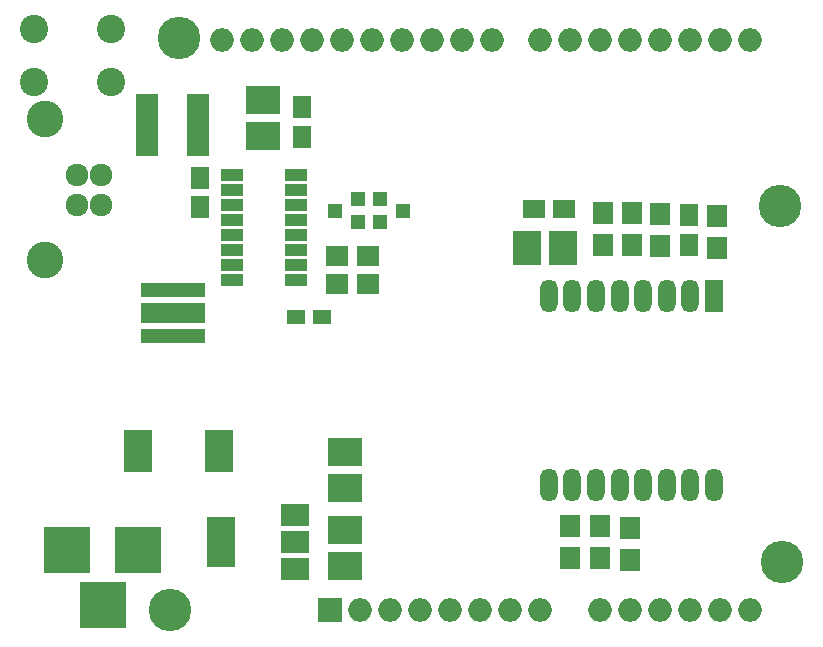
<source format=gts>
%TF.GenerationSoftware,KiCad,Pcbnew,(2017-11-08 revision cd21218)-HEAD*%
%TF.CreationDate,2018-01-31T21:16:45+02:00*%
%TF.ProjectId,esp8266_uno,657370383236365F756E6F2E6B696361,rev?*%
%TF.SameCoordinates,Original*%
%TF.FileFunction,Soldermask,Top*%
%TF.FilePolarity,Negative*%
%FSLAX46Y46*%
G04 Gerber Fmt 4.6, Leading zero omitted, Abs format (unit mm)*
G04 Created by KiCad (PCBNEW (2017-11-08 revision cd21218)-HEAD) date Wed Jan 31 21:16:45 2018*
%MOMM*%
%LPD*%
G01*
G04 APERTURE LIST*
%ADD10O,1.500000X2.800000*%
%ADD11R,1.500000X2.800000*%
%ADD12R,3.900000X3.900000*%
%ADD13O,2.000000X2.000000*%
%ADD14R,2.000000X2.000000*%
%ADD15C,1.920000*%
%ADD16C,3.100000*%
%ADD17C,3.600000*%
%ADD18R,1.650000X1.900000*%
%ADD19R,1.900000X1.650000*%
%ADD20R,1.600000X1.300000*%
%ADD21R,1.300000X1.200000*%
%ADD22R,1.700000X1.900000*%
%ADD23R,2.400000X4.200000*%
%ADD24R,2.400000X1.900000*%
%ADD25R,1.900000X1.000000*%
%ADD26R,5.500000X1.200000*%
%ADD27R,5.500000X1.700000*%
%ADD28C,2.400000*%
%ADD29R,2.350000X2.900000*%
%ADD30R,2.900000X2.350000*%
%ADD31R,1.860000X5.240000*%
%ADD32R,1.900000X1.700000*%
%ADD33R,2.398980X3.597860*%
G04 APERTURE END LIST*
D10*
X171323000Y-119886000D03*
X169323000Y-119886000D03*
X167323000Y-119886000D03*
X165323000Y-119886000D03*
X163323000Y-119886000D03*
X161323000Y-119886000D03*
X159323000Y-119886000D03*
X157323000Y-119886000D03*
X157323000Y-103886000D03*
X159323000Y-103886000D03*
X161323000Y-103886000D03*
X163323000Y-103886000D03*
X165323000Y-103886000D03*
X167323000Y-103886000D03*
X169323000Y-103886000D03*
D11*
X171323000Y-103886000D03*
D12*
X122555000Y-125349000D03*
X116555000Y-125349000D03*
X119555000Y-130049000D03*
D13*
X129671000Y-82169000D03*
X132211000Y-82169000D03*
D14*
X138811000Y-130429000D03*
D13*
X169291000Y-82169000D03*
X141351000Y-130429000D03*
X166751000Y-82169000D03*
X143891000Y-130429000D03*
X164211000Y-82169000D03*
X146431000Y-130429000D03*
X161671000Y-82169000D03*
X148971000Y-130429000D03*
X159131000Y-82169000D03*
X151511000Y-130429000D03*
X156591000Y-82169000D03*
X154051000Y-130429000D03*
X152531000Y-82169000D03*
X156591000Y-130429000D03*
X149991000Y-82169000D03*
X161671000Y-130429000D03*
X147451000Y-82169000D03*
X164211000Y-130429000D03*
X144911000Y-82169000D03*
X166751000Y-130429000D03*
X142371000Y-82169000D03*
X169291000Y-130429000D03*
X139831000Y-82169000D03*
X171831000Y-130429000D03*
X137291000Y-82169000D03*
X174371000Y-130429000D03*
X134751000Y-82169000D03*
X174371000Y-82169000D03*
X171831000Y-82169000D03*
D15*
X119380000Y-93599000D03*
X119380000Y-96139000D03*
X117380000Y-96139000D03*
X117380000Y-93599000D03*
D16*
X114680000Y-88869000D03*
X114680000Y-100869000D03*
D17*
X125285500Y-130492500D03*
X125984000Y-82042000D03*
X176911000Y-96266000D03*
X177101500Y-126365000D03*
D18*
X169164000Y-99548000D03*
X169164000Y-97048000D03*
D19*
X156103000Y-96520000D03*
X158603000Y-96520000D03*
D18*
X127762000Y-96373000D03*
X127762000Y-93873000D03*
X136398000Y-90404000D03*
X136398000Y-87904000D03*
D20*
X138133000Y-105664000D03*
X135933000Y-105664000D03*
D21*
X139208000Y-96647000D03*
X141208000Y-95697000D03*
X141208000Y-97597000D03*
X143018000Y-95697000D03*
X143018000Y-97597000D03*
X145018000Y-96647000D03*
D22*
X161925000Y-99521000D03*
X161925000Y-96821000D03*
X171577000Y-99775000D03*
X171577000Y-97075000D03*
X164211000Y-126191000D03*
X164211000Y-123491000D03*
X161671000Y-123364000D03*
X161671000Y-126064000D03*
X159131000Y-126064000D03*
X159131000Y-123364000D03*
X166751000Y-99648000D03*
X166751000Y-96948000D03*
X164338000Y-99521000D03*
X164338000Y-96821000D03*
D23*
X129565000Y-124714000D03*
D24*
X135865000Y-124714000D03*
X135865000Y-122414000D03*
X135865000Y-127014000D03*
D25*
X130523000Y-93599000D03*
X130523000Y-94869000D03*
X130523000Y-96139000D03*
X130523000Y-97409000D03*
X130523000Y-98679000D03*
X130523000Y-99949000D03*
X130523000Y-101219000D03*
X130523000Y-102489000D03*
X135923000Y-102489000D03*
X135923000Y-101219000D03*
X135923000Y-99949000D03*
X135923000Y-98679000D03*
X135923000Y-97409000D03*
X135923000Y-96139000D03*
X135923000Y-94869000D03*
X135923000Y-93599000D03*
D26*
X125476000Y-103333000D03*
D27*
X125476000Y-105283000D03*
D26*
X125476000Y-107233000D03*
D28*
X113728500Y-85780000D03*
X113728500Y-81280000D03*
X120228500Y-85780000D03*
X120228500Y-81280000D03*
D29*
X158497000Y-99822000D03*
X155447000Y-99822000D03*
D30*
X140081000Y-117093000D03*
X140081000Y-120143000D03*
X140081000Y-126747000D03*
X140081000Y-123697000D03*
X133096000Y-90298000D03*
X133096000Y-87248000D03*
D31*
X127626000Y-89408000D03*
X123326000Y-89408000D03*
D32*
X142066000Y-100457000D03*
X139366000Y-100457000D03*
X139366000Y-102870000D03*
X142066000Y-102870000D03*
D33*
X122585480Y-116967000D03*
X129382520Y-116967000D03*
M02*

</source>
